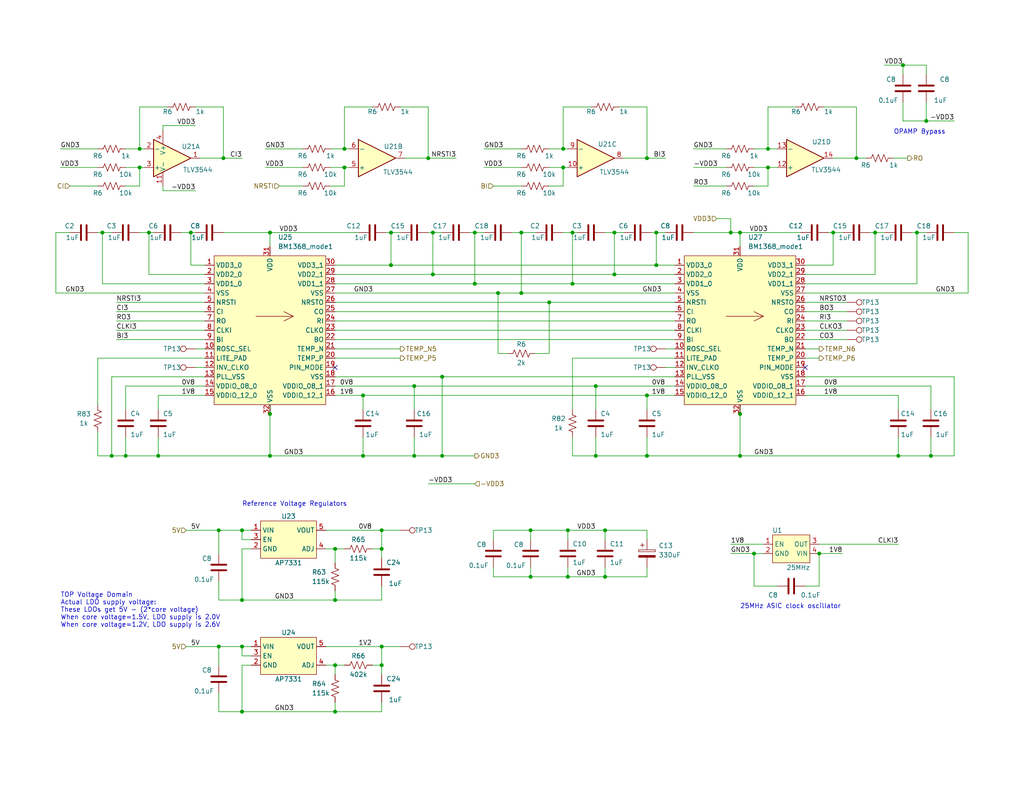
<source format=kicad_sch>
(kicad_sch (version 20250114) (generator "eeschema") (generator_version "9.0")
  (paper "A")
  (title_block (title "bitaxeHex") (date "2024-03-09") (rev "701"))
  (text "25MHz ASIC clock oscillator" (at 201.93 166.37 0) (effects (font (size 1.27 1.27)) (justify left bottom)))
  (text "Reference Voltage Regulators" (at 66.04 138.43 0) (effects (font (size 1.27 1.27)) (justify left bottom)))
  (text "OPAMP Bypass" (at 243.84 36.83 0) (effects (font (size 1.27 1.27)) (justify left bottom)))
  (text "TOP Voltage Domain\nActual LDO supply voltage:\nThese LDOs get 5V - (2*core voltage)\nWhen core voltage=1.5V, LDO supply is 2.0V\nWhen core voltage=1.2V, LDO supply is 2.6V " (at 16.51 171.45 0) (effects (font (size 1.27 1.27)) (justify left bottom)))
  (junction (at 176.53 124.46))
  (junction (at 113.03 105.41))
  (junction (at 153.67 40.64))
  (junction (at 30.48 124.46))
  (junction (at 66.04 176.53))
  (junction (at 246.38 17.78))
  (junction (at 43.18 124.46))
  (junction (at 252.73 33.02))
  (junction (at 129.54 77.47))
  (junction (at 93.98 40.64))
  (junction (at 165.1 144.78))
  (junction (at 129.54 63.5))
  (junction (at 223.52 151.13))
  (junction (at 38.1 40.64))
  (junction (at 118.11 63.5))
  (junction (at 91.44 163.83))
  (junction (at 38.1 45.72))
  (junction (at 250.19 63.5))
  (junction (at 154.94 144.78) (diameter 0.9144))
  (junction (at 116.84 43.18))
  (junction (at 165.1 157.48))
  (junction (at 66.04 144.78))
  (junction (at 201.93 113.03))
  (junction (at 142.24 80.01))
  (junction (at 104.14 144.78))
  (junction (at 179.07 63.5))
  (junction (at 104.14 181.61))
  (junction (at 233.68 43.18))
  (junction (at 142.24 63.5))
  (junction (at 73.66 63.5))
  (junction (at 73.66 113.03))
  (junction (at 120.65 124.46))
  (junction (at 144.78 157.48) (diameter 0.9144))
  (junction (at 91.44 149.86))
  (junction (at 59.69 176.53))
  (junction (at 66.04 163.83))
  (junction (at 238.76 63.5))
  (junction (at 99.06 124.46))
  (junction (at 156.21 77.47))
  (junction (at 104.14 176.53))
  (junction (at 254 124.46))
  (junction (at 91.44 194.31))
  (junction (at 59.69 144.78))
  (junction (at 162.56 105.41))
  (junction (at 167.64 63.5))
  (junction (at 91.44 181.61))
  (junction (at 118.11 74.93))
  (junction (at 52.07 63.5))
  (junction (at 149.86 82.55))
  (junction (at 106.68 72.39))
  (junction (at 209.55 45.72))
  (junction (at 104.14 149.86))
  (junction (at 66.04 194.31))
  (junction (at 27.94 63.5))
  (junction (at 144.78 144.78) (diameter 0.9144))
  (junction (at 60.96 43.18))
  (junction (at 205.74 151.13))
  (junction (at 73.66 124.46))
  (junction (at 176.53 107.95))
  (junction (at 201.93 124.46))
  (junction (at 113.03 124.46))
  (junction (at 162.56 124.46))
  (junction (at 167.64 74.93))
  (junction (at 120.65 102.87))
  (junction (at 245.11 124.46))
  (junction (at 156.21 63.5))
  (junction (at 34.29 124.46))
  (junction (at 179.07 72.39))
  (junction (at 154.94 157.48) (diameter 0.9144))
  (junction (at 135.89 80.01))
  (junction (at 227.33 63.5))
  (junction (at 40.64 63.5))
  (junction (at 209.55 40.64))
  (junction (at 201.93 63.5))
  (junction (at 199.39 63.5))
  (junction (at 153.67 45.72))
  (junction (at 99.06 107.95))
  (junction (at 176.53 43.18))
  (junction (at 93.98 45.72))
  (junction (at 106.68 63.5))
  (no_connect (at 219.71 100.33))
  (no_connect (at 91.44 100.33))
  (wire (pts (xy 154.94 154.94) (xy 154.94 157.48)))
  (wire (pts (xy 101.6 181.61) (xy 104.14 181.61)))
  (wire (pts (xy 55.88 102.87) (xy 30.48 102.87)))
  (wire (pts (xy 162.56 124.46) (xy 162.56 119.38)))
  (wire (pts (xy 189.23 40.64) (xy 198.12 40.64)))
  (wire (pts (xy 40.64 74.93) (xy 55.88 74.93)))
  (wire (pts (xy 176.53 43.18) (xy 170.18 43.18)))
  (wire (pts (xy 224.79 29.21) (xy 233.68 29.21)))
  (wire (pts (xy 91.44 97.79) (xy 109.22 97.79)))
  (wire (pts (xy 245.11 107.95) (xy 245.11 111.76)))
  (wire (pts (xy 44.45 34.29) (xy 53.34 34.29)))
  (wire (pts (xy 227.33 43.18) (xy 233.68 43.18)))
  (wire (pts (xy 243.84 43.18) (xy 247.65 43.18)))
  (wire (pts (xy 233.68 29.21) (xy 233.68 43.18)))
  (wire (pts (xy 260.35 102.87) (xy 260.35 124.46)))
  (wire (pts (xy 201.93 63.5) (xy 201.93 67.31)))
  (wire (pts (xy 93.98 45.72) (xy 95.25 45.72)))
  (wire (pts (xy 113.03 105.41) (xy 162.56 105.41)))
  (wire (pts (xy 246.38 33.02) (xy 252.73 33.02)))
  (wire (pts (xy 91.44 74.93) (xy 118.11 74.93)))
  (wire (pts (xy 132.08 45.72) (xy 142.24 45.72)))
  (wire (pts (xy 176.53 147.32) (xy 176.53 144.78)))
  (wire (pts (xy 176.53 119.38) (xy 176.53 124.46)))
  (wire (pts (xy 165.1 63.5) (xy 167.64 63.5)))
  (wire (pts (xy 250.19 63.5) (xy 252.73 63.5)))
  (wire (pts (xy 142.24 80.01) (xy 142.24 63.5)))
  (wire (pts (xy 31.75 85.09) (xy 55.88 85.09)))
  (wire (pts (xy 176.53 29.21) (xy 176.53 43.18)))
  (wire (pts (xy 227.33 72.39) (xy 227.33 63.5)))
  (wire (pts (xy 129.54 63.5) (xy 132.08 63.5)))
  (wire (pts (xy 91.44 181.61) (xy 91.44 184.15)))
  (wire (pts (xy 246.38 27.94) (xy 246.38 33.02)))
  (wire (pts (xy 254 124.46) (xy 254 119.38)))
  (wire (pts (xy 60.96 63.5) (xy 73.66 63.5)))
  (wire (pts (xy 91.44 194.31) (xy 91.44 191.77)))
  (wire (pts (xy 168.91 29.21) (xy 176.53 29.21)))
  (wire (pts (xy 53.34 95.25) (xy 55.88 95.25)))
  (wire (pts (xy 153.67 50.8) (xy 153.67 45.72)))
  (wire (pts (xy 44.45 50.8) (xy 44.45 52.07)))
  (wire (pts (xy 104.14 160.02) (xy 104.14 163.83)))
  (wire (pts (xy 209.55 40.64) (xy 212.09 40.64)))
  (wire (pts (xy 91.44 90.17) (xy 184.15 90.17)))
  (wire (pts (xy 165.1 157.48) (xy 154.94 157.48)))
  (wire (pts (xy 156.21 77.47) (xy 184.15 77.47)))
  (wire (pts (xy 252.73 33.02) (xy 260.35 33.02)))
  (wire (pts (xy 118.11 74.93) (xy 118.11 63.5)))
  (wire (pts (xy 118.11 74.93) (xy 167.64 74.93)))
  (wire (pts (xy 38.1 29.21) (xy 45.72 29.21)))
  (wire (pts (xy 30.48 102.87) (xy 30.48 124.46)))
  (wire (pts (xy 153.67 29.21) (xy 161.29 29.21)))
  (wire (pts (xy 91.44 181.61) (xy 93.98 181.61)))
  (wire (pts (xy 189.23 45.72) (xy 198.12 45.72)))
  (wire (pts (xy 156.21 97.79) (xy 156.21 111.76)))
  (wire (pts (xy 219.71 77.47) (xy 250.19 77.47)))
  (wire (pts (xy 135.89 80.01) (xy 142.24 80.01)))
  (wire (pts (xy 201.93 124.46) (xy 245.11 124.46)))
  (wire (pts (xy 91.44 77.47) (xy 129.54 77.47)))
  (wire (pts (xy 104.14 194.31) (xy 91.44 194.31)))
  (wire (pts (xy 252.73 20.32) (xy 252.73 17.78)))
  (wire (pts (xy 43.18 107.95) (xy 43.18 111.76)))
  (wire (pts (xy 167.64 63.5) (xy 170.18 63.5)))
  (wire (pts (xy 135.89 96.52) (xy 135.89 80.01)))
  (wire (pts (xy 38.1 63.5) (xy 40.64 63.5)))
  (wire (pts (xy 165.1 157.48) (xy 176.53 157.48)))
  (wire (pts (xy 116.84 43.18) (xy 124.46 43.18)))
  (wire (pts (xy 153.67 40.64) (xy 154.94 40.64)))
  (wire (pts (xy 219.71 85.09) (xy 231.14 85.09)))
  (wire (pts (xy 219.71 105.41) (xy 254 105.41)))
  (wire (pts (xy 30.48 124.46) (xy 34.29 124.46)))
  (wire (pts (xy 34.29 50.8) (xy 38.1 50.8)))
  (wire (pts (xy 52.07 63.5) (xy 52.07 72.39)))
  (wire (pts (xy 44.45 52.07) (xy 53.34 52.07)))
  (wire (pts (xy 72.39 45.72) (xy 82.55 45.72)))
  (wire (pts (xy 91.44 92.71) (xy 184.15 92.71)))
  (wire (pts (xy 106.68 72.39) (xy 179.07 72.39)))
  (wire (pts (xy 144.78 147.32) (xy 144.78 144.78)))
  (wire (pts (xy 134.62 154.94) (xy 134.62 157.48)))
  (wire (pts (xy 53.34 29.21) (xy 60.96 29.21)))
  (wire (pts (xy 104.14 191.77) (xy 104.14 194.31)))
  (wire (pts (xy 154.94 147.32) (xy 154.94 144.78)))
  (wire (pts (xy 219.71 160.02) (xy 223.52 160.02)))
  (wire (pts (xy 205.74 45.72) (xy 209.55 45.72)))
  (wire (pts (xy 104.14 163.83) (xy 91.44 163.83)))
  (wire (pts (xy 104.14 149.86) (xy 104.14 152.4)))
  (wire (pts (xy 90.17 45.72) (xy 93.98 45.72)))
  (wire (pts (xy 38.1 50.8) (xy 38.1 45.72)))
  (wire (pts (xy 40.64 74.93) (xy 40.64 63.5)))
  (wire (pts (xy 66.04 179.07) (xy 66.04 176.53)))
  (wire (pts (xy 156.21 77.47) (xy 156.21 63.5)))
  (wire (pts (xy 43.18 119.38) (xy 43.18 124.46)))
  (wire (pts (xy 52.07 63.5) (xy 53.34 63.5)))
  (wire (pts (xy 59.69 176.53) (xy 59.69 181.61)))
  (wire (pts (xy 113.03 124.46) (xy 120.65 124.46)))
  (wire (pts (xy 205.74 151.13) (xy 208.28 151.13)))
  (wire (pts (xy 142.24 63.5) (xy 139.7 63.5)))
  (wire (pts (xy 223.52 151.13) (xy 229.87 151.13)))
  (wire (pts (xy 49.53 63.5) (xy 52.07 63.5)))
  (wire (pts (xy 132.08 40.64) (xy 142.24 40.64)))
  (wire (pts (xy 116.84 29.21) (xy 116.84 43.18)))
  (wire (pts (xy 99.06 124.46) (xy 113.03 124.46)))
  (wire (pts (xy 134.62 147.32) (xy 134.62 144.78)))
  (wire (pts (xy 59.69 144.78) (xy 66.04 144.78)))
  (wire (pts (xy 104.14 181.61) (xy 104.14 176.53)))
  (wire (pts (xy 176.53 107.95) (xy 184.15 107.95)))
  (wire (pts (xy 218.44 63.5) (xy 201.93 63.5)))
  (wire (pts (xy 149.86 82.55) (xy 184.15 82.55)))
  (wire (pts (xy 246.38 17.78) (xy 246.38 20.32)))
  (wire (pts (xy 156.21 124.46) (xy 162.56 124.46)))
  (wire (pts (xy 219.71 102.87) (xy 260.35 102.87)))
  (wire (pts (xy 91.44 80.01) (xy 135.89 80.01)))
  (wire (pts (xy 237.49 63.5) (xy 238.76 63.5)))
  (wire (pts (xy 184.15 97.79) (xy 156.21 97.79)))
  (wire (pts (xy 68.58 179.07) (xy 66.04 179.07)))
  (wire (pts (xy 189.23 63.5) (xy 199.39 63.5)))
  (wire (pts (xy 233.68 43.18) (xy 236.22 43.18)))
  (wire (pts (xy 53.34 100.33) (xy 55.88 100.33)))
  (wire (pts (xy 134.62 144.78) (xy 144.78 144.78)))
  (wire (pts (xy 106.68 72.39) (xy 106.68 63.5)))
  (wire (pts (xy 219.71 80.01) (xy 264.16 80.01)))
  (wire (pts (xy 73.66 110.49) (xy 73.66 113.03)))
  (wire (pts (xy 104.14 176.53) (xy 109.22 176.53)))
  (wire (pts (xy 205.74 50.8) (xy 209.55 50.8)))
  (wire (pts (xy 34.29 119.38) (xy 34.29 124.46)))
  (wire (pts (xy 264.16 63.5) (xy 260.35 63.5)))
  (wire (pts (xy 59.69 189.23) (xy 59.69 194.31)))
  (wire (pts (xy 176.53 154.94) (xy 176.53 157.48)))
  (wire (pts (xy 129.54 77.47) (xy 129.54 63.5)))
  (wire (pts (xy 60.96 43.18) (xy 54.61 43.18)))
  (wire (pts (xy 176.53 43.18) (xy 181.61 43.18)))
  (wire (pts (xy 165.1 154.94) (xy 165.1 157.48)))
  (wire (pts (xy 91.44 105.41) (xy 113.03 105.41)))
  (wire (pts (xy 106.68 63.5) (xy 109.22 63.5)))
  (wire (pts (xy 241.3 17.78) (xy 246.38 17.78)))
  (wire (pts (xy 128.27 63.5) (xy 129.54 63.5)))
  (wire (pts (xy 116.84 132.08) (xy 129.54 132.08)))
  (wire (pts (xy 91.44 87.63) (xy 184.15 87.63)))
  (wire (pts (xy 104.14 144.78) (xy 109.22 144.78)))
  (wire (pts (xy 91.44 149.86) (xy 93.98 149.86)))
  (wire (pts (xy 205.74 160.02) (xy 205.74 151.13)))
  (wire (pts (xy 26.67 97.79) (xy 55.88 97.79)))
  (wire (pts (xy 91.44 107.95) (xy 99.06 107.95)))
  (wire (pts (xy 66.04 194.31) (xy 91.44 194.31)))
  (wire (pts (xy 109.22 29.21) (xy 116.84 29.21)))
  (wire (pts (xy 201.93 110.49) (xy 201.93 113.03)))
  (wire (pts (xy 40.64 63.5) (xy 41.91 63.5)))
  (wire (pts (xy 219.71 92.71) (xy 231.14 92.71)))
  (wire (pts (xy 16.51 45.72) (xy 26.67 45.72)))
  (wire (pts (xy 153.67 63.5) (xy 156.21 63.5)))
  (wire (pts (xy 90.17 40.64) (xy 93.98 40.64)))
  (wire (pts (xy 93.98 29.21) (xy 93.98 40.64)))
  (wire (pts (xy 120.65 102.87) (xy 120.65 124.46)))
  (wire (pts (xy 120.65 102.87) (xy 184.15 102.87)))
  (wire (pts (xy 88.9 149.86) (xy 91.44 149.86)))
  (wire (pts (xy 176.53 124.46) (xy 201.93 124.46)))
  (wire (pts (xy 73.66 113.03) (xy 73.66 124.46)))
  (wire (pts (xy 26.67 110.49) (xy 26.67 97.79)))
  (wire (pts (xy 219.71 74.93) (xy 238.76 74.93)))
  (wire (pts (xy 101.6 149.86) (xy 104.14 149.86)))
  (wire (pts (xy 181.61 95.25) (xy 184.15 95.25)))
  (wire (pts (xy 250.19 77.47) (xy 250.19 63.5)))
  (wire (pts (xy 201.93 113.03) (xy 201.93 124.46)))
  (wire (pts (xy 219.71 87.63) (xy 231.14 87.63)))
  (wire (pts (xy 149.86 82.55) (xy 149.86 96.52)))
  (wire (pts (xy 149.86 50.8) (xy 153.67 50.8)))
  (wire (pts (xy 248.92 63.5) (xy 250.19 63.5)))
  (wire (pts (xy 73.66 124.46) (xy 99.06 124.46)))
  (wire (pts (xy 66.04 144.78) (xy 68.58 144.78)))
  (wire (pts (xy 153.67 29.21) (xy 153.67 40.64)))
  (wire (pts (xy 153.67 45.72) (xy 154.94 45.72)))
  (wire (pts (xy 156.21 119.38) (xy 156.21 124.46)))
  (wire (pts (xy 209.55 45.72) (xy 212.09 45.72)))
  (wire (pts (xy 219.71 72.39) (xy 227.33 72.39)))
  (wire (pts (xy 93.98 50.8) (xy 93.98 45.72)))
  (wire (pts (xy 34.29 105.41) (xy 55.88 105.41)))
  (wire (pts (xy 31.75 92.71) (xy 55.88 92.71)))
  (wire (pts (xy 238.76 74.93) (xy 238.76 63.5)))
  (wire (pts (xy 149.86 45.72) (xy 153.67 45.72)))
  (wire (pts (xy 195.58 59.69) (xy 199.39 59.69)))
  (wire (pts (xy 162.56 124.46) (xy 176.53 124.46)))
  (wire (pts (xy 146.05 96.52) (xy 149.86 96.52)))
  (wire (pts (xy 162.56 105.41) (xy 184.15 105.41)))
  (wire (pts (xy 209.55 29.21) (xy 217.17 29.21)))
  (wire (pts (xy 113.03 124.46) (xy 113.03 119.38)))
  (wire (pts (xy 142.24 80.01) (xy 184.15 80.01)))
  (wire (pts (xy 227.33 63.5) (xy 229.87 63.5)))
  (wire (pts (xy 91.44 72.39) (xy 106.68 72.39)))
  (wire (pts (xy 50.8 176.53) (xy 59.69 176.53)))
  (wire (pts (xy 219.71 82.55) (xy 231.14 82.55)))
  (wire (pts (xy 91.44 163.83) (xy 91.44 161.29)))
  (wire (pts (xy 254 105.41) (xy 254 111.76)))
  (wire (pts (xy 199.39 151.13) (xy 205.74 151.13)))
  (wire (pts (xy 104.14 181.61) (xy 104.14 184.15)))
  (wire (pts (xy 105.41 63.5) (xy 106.68 63.5)))
  (wire (pts (xy 88.9 181.61) (xy 91.44 181.61)))
  (wire (pts (xy 97.79 63.5) (xy 73.66 63.5)))
  (wire (pts (xy 189.23 50.8) (xy 198.12 50.8)))
  (wire (pts (xy 15.24 80.01) (xy 15.24 63.5)))
  (wire (pts (xy 116.84 63.5) (xy 118.11 63.5)))
  (wire (pts (xy 88.9 176.53) (xy 104.14 176.53)))
  (wire (pts (xy 27.94 77.47) (xy 27.94 63.5)))
  (wire (pts (xy 26.67 118.11) (xy 26.67 124.46)))
  (wire (pts (xy 44.45 35.56) (xy 44.45 34.29)))
  (wire (pts (xy 260.35 124.46) (xy 254 124.46)))
  (wire (pts (xy 68.58 181.61) (xy 66.04 181.61)))
  (wire (pts (xy 165.1 147.32) (xy 165.1 144.78)))
  (wire (pts (xy 144.78 144.78) (xy 154.94 144.78)))
  (wire (pts (xy 252.73 27.94) (xy 252.73 33.02)))
  (wire (pts (xy 120.65 124.46) (xy 129.54 124.46)))
  (wire (pts (xy 246.38 17.78) (xy 252.73 17.78)))
  (wire (pts (xy 156.21 63.5) (xy 157.48 63.5)))
  (wire (pts (xy 26.67 63.5) (xy 27.94 63.5)))
  (wire (pts (xy 226.06 63.5) (xy 227.33 63.5)))
  (wire (pts (xy 245.11 119.38) (xy 245.11 124.46)))
  (wire (pts (xy 31.75 82.55) (xy 55.88 82.55)))
  (wire (pts (xy 34.29 45.72) (xy 38.1 45.72)))
  (wire (pts (xy 27.94 77.47) (xy 55.88 77.47)))
  (wire (pts (xy 134.62 50.8) (xy 142.24 50.8)))
  (wire (pts (xy 264.16 80.01) (xy 264.16 63.5)))
  (wire (pts (xy 219.71 107.95) (xy 245.11 107.95)))
  (wire (pts (xy 55.88 80.01) (xy 15.24 80.01)))
  (wire (pts (xy 144.78 157.48) (xy 134.62 157.48)))
  (wire (pts (xy 68.58 147.32) (xy 66.04 147.32)))
  (wire (pts (xy 66.04 181.61) (xy 66.04 194.31)))
  (wire (pts (xy 43.18 124.46) (xy 73.66 124.46)))
  (wire (pts (xy 60.96 43.18) (xy 66.04 43.18)))
  (wire (pts (xy 179.07 72.39) (xy 184.15 72.39)))
  (wire (pts (xy 90.17 50.8) (xy 93.98 50.8)))
  (wire (pts (xy 99.06 107.95) (xy 99.06 111.76)))
  (wire (pts (xy 66.04 149.86) (xy 66.04 163.83)))
  (wire (pts (xy 66.04 147.32) (xy 66.04 144.78)))
  (wire (pts (xy 99.06 107.95) (xy 176.53 107.95)))
  (wire (pts (xy 209.55 29.21) (xy 209.55 40.64)))
  (wire (pts (xy 181.61 100.33) (xy 184.15 100.33)))
  (wire (pts (xy 34.29 124.46) (xy 43.18 124.46)))
  (wire (pts (xy 199.39 63.5) (xy 201.93 63.5)))
  (wire (pts (xy 219.71 95.25) (xy 223.52 95.25)))
  (wire (pts (xy 59.69 158.75) (xy 59.69 163.83)))
  (wire (pts (xy 38.1 45.72) (xy 39.37 45.72)))
  (wire (pts (xy 68.58 149.86) (xy 66.04 149.86)))
  (wire (pts (xy 73.66 63.5) (xy 73.66 67.31)))
  (wire (pts (xy 66.04 176.53) (xy 68.58 176.53)))
  (wire (pts (xy 27.94 63.5) (xy 30.48 63.5)))
  (wire (pts (xy 167.64 74.93) (xy 167.64 63.5)))
  (wire (pts (xy 31.75 87.63) (xy 55.88 87.63)))
  (wire (pts (xy 31.75 90.17) (xy 55.88 90.17)))
  (wire (pts (xy 50.8 144.78) (xy 59.69 144.78)))
  (wire (pts (xy 91.44 95.25) (xy 109.22 95.25)))
  (wire (pts (xy 93.98 40.64) (xy 95.25 40.64)))
  (wire (pts (xy 223.52 148.59) (xy 245.11 148.59)))
  (wire (pts (xy 91.44 82.55) (xy 149.86 82.55)))
  (wire (pts (xy 199.39 148.59) (xy 208.28 148.59)))
  (wire (pts (xy 60.96 29.21) (xy 60.96 43.18)))
  (wire (pts (xy 16.51 40.64) (xy 26.67 40.64)))
  (wire (pts (xy 116.84 43.18) (xy 110.49 43.18)))
  (wire (pts (xy 38.1 40.64) (xy 39.37 40.64)))
  (wire (pts (xy 34.29 105.41) (xy 34.29 111.76)))
  (wire (pts (xy 245.11 124.46) (xy 254 124.46)))
  (wire (pts (xy 179.07 63.5) (xy 181.61 63.5)))
  (wire (pts (xy 99.06 119.38) (xy 99.06 124.46)))
  (wire (pts (xy 76.2 50.8) (xy 82.55 50.8)))
  (wire (pts (xy 167.64 74.93) (xy 184.15 74.93)))
  (wire (pts (xy 26.67 124.46) (xy 30.48 124.46)))
  (wire (pts (xy 19.05 50.8) (xy 26.67 50.8)))
  (wire (pts (xy 93.98 29.21) (xy 101.6 29.21)))
  (wire (pts (xy 34.29 40.64) (xy 38.1 40.64)))
  (wire (pts (xy 199.39 59.69) (xy 199.39 63.5)))
  (wire (pts (xy 72.39 40.64) (xy 82.55 40.64)))
  (wire (pts (xy 66.04 163.83) (xy 91.44 163.83)))
  (wire (pts (xy 154.94 144.78) (xy 165.1 144.78)))
  (wire (pts (xy 162.56 105.41) (xy 162.56 111.76)))
  (wire (pts (xy 88.9 144.78) (xy 104.14 144.78)))
  (wire (pts (xy 212.09 160.02) (xy 205.74 160.02)))
  (wire (pts (xy 149.86 40.64) (xy 153.67 40.64)))
  (wire (pts (xy 59.69 144.78) (xy 59.69 151.13)))
  (wire (pts (xy 179.07 63.5) (xy 179.07 72.39)))
  (wire (pts (xy 165.1 144.78) (xy 176.53 144.78)))
  (wire (pts (xy 144.78 157.48) (xy 154.94 157.48)))
  (wire (pts (xy 104.14 149.86) (xy 104.14 144.78)))
  (wire (pts (xy 219.71 90.17) (xy 231.14 90.17)))
  (wire (pts (xy 43.18 107.95) (xy 55.88 107.95)))
  (wire (pts (xy 59.69 176.53) (xy 66.04 176.53)))
  (wire (pts (xy 59.69 194.31) (xy 66.04 194.31)))
  (wire (pts (xy 91.44 149.86) (xy 91.44 153.67)))
  (wire (pts (xy 91.44 102.87) (xy 120.65 102.87)))
  (wire (pts (xy 38.1 29.21) (xy 38.1 40.64)))
  (wire (pts (xy 177.8 63.5) (xy 179.07 63.5)))
  (wire (pts (xy 91.44 85.09) (xy 184.15 85.09)))
  (wire (pts (xy 219.71 97.79) (xy 223.52 97.79)))
  (wire (pts (xy 238.76 63.5) (xy 241.3 63.5)))
  (wire (pts (xy 142.24 63.5) (xy 146.05 63.5)))
  (wire (pts (xy 144.78 154.94) (xy 144.78 157.48)))
  (wire (pts (xy 223.52 160.02) (xy 223.52 151.13)))
  (wire (pts (xy 209.55 50.8) (xy 209.55 45.72)))
  (wire (pts (xy 118.11 63.5) (xy 120.65 63.5)))
  (wire (pts (xy 129.54 77.47) (xy 156.21 77.47)))
  (wire (pts (xy 138.43 96.52) (xy 135.89 96.52)))
  (wire (pts (xy 52.07 72.39) (xy 55.88 72.39)))
  (wire (pts (xy 205.74 40.64) (xy 209.55 40.64)))
  (wire (pts (xy 176.53 107.95) (xy 176.53 111.76)))
  (wire (pts (xy 59.69 163.83) (xy 66.04 163.83)))
  (wire (pts (xy 15.24 63.5) (xy 19.05 63.5)))
  (wire (pts (xy 113.03 105.41) (xy 113.03 111.76)))
  (label "1V8" (at 229.87 151.13 180))
  (label "NRSTI3" (at 124.46 43.18 180))
  (label "0V8" (at 224.79 105.41 0))
  (label "1V8" (at 49.53 107.95 0))
  (label "CLKI3" (at 245.11 148.59 180))
  (label "-VDD3" (at 260.35 33.02 180))
  (label "RO3" (at 189.23 50.8 0))
  (label "-VDD3" (at 53.34 52.07 180))
  (label "GND3" (at 162.56 157.48 180))
  (label "0V8" (at 177.8 105.41 0))
  (label "5V" (at 52.07 176.53 0))
  (label "NRSTI3" (at 31.75 82.55 0))
  (label "CLKO3" (at 223.52 90.17 0))
  (label "GND3" (at 175.26 80.01 0))
  (label "CI3" (at 31.75 85.09 0))
  (label "1V8" (at 224.79 107.95 0))
  (label "5V" (at 52.07 144.78 0))
  (label "GND3" (at 132.08 40.64 0))
  (label "VDD3" (at 53.34 34.29 180))
  (label "CO3" (at 223.52 92.71 0))
  (label "1V8" (at 92.71 107.95 0))
  (label "GND3" (at 77.47 124.46 0))
  (label "RO3" (at 31.75 87.63 0))
  (label "GND3" (at 96.52 80.01 0))
  (label "0V8" (at 49.53 105.41 0))
  (label "GND3" (at 72.39 40.64 0))
  (label "GND3" (at 74.93 194.31 0))
  (label "VDD3" (at 16.51 45.72 0))
  (label "CLKI3" (at 31.75 90.17 0))
  (label "RI3" (at 223.52 87.63 0))
  (label "VDD3" (at 132.08 45.72 0))
  (label "GND3" (at 16.51 40.64 0))
  (label "-VDD3" (at 116.84 132.08 0))
  (label "VDD3" (at 72.39 45.72 0))
  (label "BI3" (at 181.61 43.18 180))
  (label "BI3" (at 31.75 92.71 0))
  (label "1V8" (at 177.8 107.95 0))
  (label "GND3" (at 189.23 40.64 0))
  (label "1V8" (at 199.39 148.59 0))
  (label "0V8" (at 92.71 105.41 0))
  (label "-VDD3" (at 189.23 45.72 0))
  (label "VDD3" (at 204.47 63.5 0))
  (label "VDD3" (at 157.48 144.78 0))
  (label "1V2" (at 97.79 176.53 0))
  (label "GND3" (at 255.27 80.01 0))
  (label "GND3" (at 205.74 124.46 0))
  (label "BO3" (at 223.52 85.09 0))
  (label "CI3" (at 66.04 43.18 180))
  (label "GND3" (at 199.39 151.13 0))
  (label "GND3" (at 17.78 80.01 0))
  (label "0V8" (at 97.79 144.78 0))
  (label "GND3" (at 74.93 163.83 0))
  (label "NRSTO3" (at 223.52 82.55 0))
  (label "VDD3" (at 241.3 17.78 0))
  (label "VDD3" (at 76.2 63.5 0))
  (hierarchical_label "BI" (shape input) (at 134.62 50.8 180))
  (hierarchical_label "GND3" (shape output) (at 129.54 124.46 0))
  (hierarchical_label "TEMP_P6" (shape output) (at 223.52 97.79 0))
  (hierarchical_label "TEMP_N6" (shape output) (at 223.52 95.25 0))
  (hierarchical_label "TEMP_N5" (shape output) (at 109.22 95.25 0))
  (hierarchical_label "VDD3" (shape input) (at 195.58 59.69 180))
  (hierarchical_label "TEMP_P5" (shape output) (at 109.22 97.79 0))
  (hierarchical_label "CI" (shape input) (at 19.05 50.8 180))
  (hierarchical_label "5V" (shape input) (at 50.8 144.78 180))
  (hierarchical_label "RO" (shape output) (at 247.65 43.18 0))
  (hierarchical_label "5V" (shape input) (at 50.8 176.53 180))
  (hierarchical_label "NRSTI" (shape input) (at 76.2 50.8 180))
  (hierarchical_label "-VDD3" (shape input) (at 129.54 132.08 0))
  (symbol (lib_id "Connector:TestPoint") (at 231.14 92.71 270) (mirror x) (unit 1) (in_bom no)
    (property "Reference" "TP13" (at 237.49 92.71 90))
    (property "Value" "TestPoint" (effects (hide yes)))
    (property "Footprint" "TestPoint:TestPoint_Pad_D1.5mm" (effects (hide yes)))
  )
  (symbol (lib_id "Device:C") (at 256.54 63.5 90) (unit 1)
    (property "Reference" "C18" (at 254 60.96 90) (effects (justify left bottom)))
    (property "Value" "1uF" (at 255.27 64.135 90) (effects (justify left bottom)))
    (property "Footprint" "Capacitor_SMD:C_0402_1005Metric" (effects (hide yes)))
    (property "DK" "587-5514-1-ND" (effects (hide yes)))
    (property "PARTNO" "EMK105BJ105MV-F" (effects (hide yes)))
  )
  (symbol (lib_id "Device:C") (at 222.25 63.5 90) (unit 1)
    (property "Reference" "C12" (at 219.075 60.96 90) (effects (justify left bottom)))
    (property "Value" "1uF" (at 220.98 64.135 90) (effects (justify left bottom)))
    (property "Footprint" "Capacitor_SMD:C_0402_1005Metric" (effects (hide yes)))
    (property "DK" "587-5514-1-ND" (effects (hide yes)))
    (property "PARTNO" "EMK105BJ105MV-F" (effects (hide yes)))
  )
  (symbol (lib_id "Device:C") (at 57.15 63.5 90) (unit 1)
    (property "Reference" "C8" (at 54.61 60.96 90) (effects (justify left bottom)))
    (property "Value" "1uF" (at 55.88 64.135 90) (effects (justify left bottom)))
    (property "Footprint" "Capacitor_SMD:C_0402_1005Metric" (effects (hide yes)))
    (property "DK" "587-5514-1-ND" (effects (hide yes)))
    (property "PARTNO" "EMK105BJ105MV-F" (effects (hide yes)))
  )
  (symbol (lib_id "Device:R_US") (at 201.93 40.64 270) (unit 1)
    (property "Reference" "R6" (at 198.12 42.545 90))
    (property "Value" "1k" (at 205.74 42.545 90))
    (property "Footprint" "Resistor_SMD:R_0402_1005Metric" (effects (hide yes)))
    (property "DK" "311-1.00KLRCT-ND" (effects (hide yes)))
    (property "PARTNO" "RC0402FR-071KL" (effects (hide yes)))
  )
  (symbol (lib_id "Device:R_US") (at 86.36 45.72 90) (unit 1)
    (property "Reference" "R6" (at 82.55 47.625 90))
    (property "Value" "10k" (at 90.17 47.625 90))
    (property "Footprint" "Resistor_SMD:R_0402_1005Metric" (effects (hide yes)))
    (property "DK" "311-10KJRCT-ND" (effects (hide yes)))
    (property "PARTNO" "RC0402JR-0710KL" (effects (hide yes)))
  )
  (symbol (lib_id "Device:C") (at 104.14 187.96 0) (unit 1)
    (property "Reference" "C24" (at 105.41 186.055 0) (effects (justify left bottom)))
    (property "Value" "1uF" (at 106.045 191.77 0) (effects (justify left bottom)))
    (property "Footprint" "Capacitor_SMD:C_0402_1005Metric" (effects (hide yes)))
    (property "DK" "587-5514-1-ND" (effects (hide yes)))
    (property "PARTNO" "EMK105BJ105MV-F" (effects (hide yes)))
  )
  (symbol (lib_id "Device:C") (at 161.29 63.5 90) (unit 1)
    (property "Reference" "C3" (at 158.75 60.96 90) (effects (justify left bottom)))
    (property "Value" "1uF" (at 160.02 64.135 90) (effects (justify left bottom)))
    (property "Footprint" "Capacitor_SMD:C_0402_1005Metric" (effects (hide yes)))
    (property "DK" "587-5514-1-ND" (effects (hide yes)))
    (property "PARTNO" "EMK105BJ105MV-F" (effects (hide yes)))
  )
  (symbol (lib_id "Connector:TestPoint") (at 231.14 85.09 270) (mirror x) (unit 1) (in_bom no)
    (property "Reference" "TP13" (at 237.49 85.09 90))
    (property "Value" "TestPoint" (effects (hide yes)))
    (property "Footprint" "TestPoint:TestPoint_Pad_D1.5mm" (effects (hide yes)))
  )
  (symbol (lib_id "Device:C") (at 113.03 115.57 0) (unit 1)
    (property "Reference" "C16" (at 113.665 113.665 0) (effects (justify left bottom)))
    (property "Value" "1uF" (at 114.3 119.38 0) (effects (justify left bottom)))
    (property "Footprint" "Capacitor_SMD:C_0402_1005Metric" (effects (hide yes)))
    (property "DK" "587-5514-1-ND" (effects (hide yes)))
    (property "PARTNO" "EMK105BJ105MV-F" (effects (hide yes)))
  )
  (symbol (lib_id "Connector:TestPoint") (at 231.14 82.55 270) (mirror x) (unit 1) (in_bom no)
    (property "Reference" "TP13" (at 237.49 82.55 90))
    (property "Value" "TestPoint" (effects (hide yes)))
    (property "Footprint" "TestPoint:TestPoint_Pad_D1.5mm" (effects (hide yes)))
  )
  (symbol (lib_id "Device:C_Polarized") (at 176.53 151.13 0) (unit 1)
    (property "Reference" "C13" (at 179.705 148.9709 0) (effects (justify left)))
    (property "Value" "330uF" (at 179.705 151.5109 0) (effects (justify left)))
    (property "Footprint" "Capacitor_Tantalum_SMD:CP_EIA-7343-31_Kemet-D_Pad2.25x2.55mm_HandSolder" (effects (hide yes)))
    (property "DK" "718-1028-1-ND" (effects (hide yes)))
    (property "PARTNO" "293D337X9010E2TE3" (effects (hide yes)))
  )
  (symbol (lib_id "Device:R_US") (at 165.1 29.21 270) (unit 1)
    (property "Reference" "R6" (at 161.29 30.48 90))
    (property "Value" "1k" (at 170.18 30.48 90))
    (property "Footprint" "Resistor_SMD:R_0402_1005Metric" (effects (hide yes)))
    (property "DK" "311-1.00KLRCT-ND" (effects (hide yes)))
    (property "PARTNO" "RC0402FR-071KL" (effects (hide yes)))
  )
  (symbol (lib_id "Device:R_US") (at 91.44 157.48 180) (unit 1)
    (property "Reference" "R63" (at 85.09 156.21 0) (effects (justify right)))
    (property "Value" "115k" (at 85.09 158.75 0) (effects (justify right)))
    (property "Footprint" "Resistor_SMD:R_0402_1005Metric" (effects (hide yes)))
    (property "DK" "YAG2956CT-ND" (effects (hide yes)))
    (property "PARTNO" "RC0402FR-07115KL" (effects (hide yes)))
  )
  (symbol (lib_id "Device:C") (at 254 115.57 0) (unit 1)
    (property "Reference" "C16" (at 254.635 113.665 0) (effects (justify left bottom)))
    (property "Value" "1uF" (at 255.27 119.38 0) (effects (justify left bottom)))
    (property "Footprint" "Capacitor_SMD:C_0402_1005Metric" (effects (hide yes)))
    (property "DK" "587-5514-1-ND" (effects (hide yes)))
    (property "PARTNO" "EMK105BJ105MV-F" (effects (hide yes)))
  )
  (symbol (lib_id "Device:C") (at 176.53 115.57 0) (unit 1)
    (property "Reference" "C5" (at 177.8 113.665 0) (effects (justify left bottom)))
    (property "Value" "1uF" (at 177.8 119.38 0) (effects (justify left bottom)))
    (property "Footprint" "Capacitor_SMD:C_0402_1005Metric" (effects (hide yes)))
    (property "DK" "587-5514-1-ND" (effects (hide yes)))
    (property "PARTNO" "EMK105BJ105MV-F" (effects (hide yes)))
  )
  (symbol (lib_id "Device:C") (at 173.99 63.5 90) (unit 1)
    (property "Reference" "C6" (at 171.45 60.96 90) (effects (justify left bottom)))
    (property "Value" "1uF" (at 172.72 64.135 90) (effects (justify left bottom)))
    (property "Footprint" "Capacitor_SMD:C_0402_1005Metric" (effects (hide yes)))
    (property "DK" "587-5514-1-ND" (effects (hide yes)))
    (property "PARTNO" "EMK105BJ105MV-F" (effects (hide yes)))
  )
  (symbol (lib_id "Device:R_US") (at 220.98 29.21 270) (unit 1)
    (property "Reference" "R6" (at 217.17 30.48 90))
    (property "Value" "1k" (at 226.06 30.48 90))
    (property "Footprint" "Resistor_SMD:R_0402_1005Metric" (effects (hide yes)))
    (property "DK" "311-1.00KLRCT-ND" (effects (hide yes)))
    (property "PARTNO" "RC0402FR-071KL" (effects (hide yes)))
  )
  (symbol (lib_id "Connector:TestPoint") (at 231.14 87.63 270) (mirror x) (unit 1) (in_bom no)
    (property "Reference" "TP13" (at 237.49 87.63 90))
    (property "Value" "TestPoint" (effects (hide yes)))
    (property "Footprint" "TestPoint:TestPoint_Pad_D1.5mm" (effects (hide yes)))
  )
  (symbol (lib_name "TLV3544_2") (lib_id "bitaxe:TLV3544") (at 100.33 43.18 0) (unit 2)
    (property "Reference" "U21" (at 107.315 40.005 0))
    (property "Value" "TLV3544" (at 108.585 46.99 0))
    (property "Footprint" "Package_SO:TSSOP-14_4.4x5mm_P0.65mm" (effects (hide yes)))
    (property "Datasheet" "https://www.ti.com/lit/ds/symlink/tlv3542.pdf" (effects (hide yes)))
    (property "DK" "296-45352-1-ND" (effects (hide yes)))
    (property "PARTNO" "TLV3544IPWR" (effects (hide yes)))
  )
  (symbol (lib_id "Device:C") (at 135.89 63.5 90) (unit 1)
    (property "Reference" "C18" (at 133.35 60.96 90) (effects (justify left bottom)))
    (property "Value" "1uF" (at 134.62 64.135 90) (effects (justify left bottom)))
    (property "Footprint" "Capacitor_SMD:C_0402_1005Metric" (effects (hide yes)))
    (property "DK" "587-5514-1-ND" (effects (hide yes)))
    (property "PARTNO" "EMK105BJ105MV-F" (effects (hide yes)))
  )
  (symbol (lib_id "Device:R_US") (at 146.05 50.8 90) (unit 1)
    (property "Reference" "R6" (at 142.24 52.705 90))
    (property "Value" "10k" (at 149.86 52.705 90))
    (property "Footprint" "Resistor_SMD:R_0402_1005Metric" (effects (hide yes)))
    (property "DK" "311-10KJRCT-ND" (effects (hide yes)))
    (property "PARTNO" "RC0402JR-0710KL" (effects (hide yes)))
  )
  (symbol (lib_id "Device:R_US") (at 142.24 96.52 90) (unit 1)
    (property "Reference" "R6" (at 142.24 93.98 90))
    (property "Value" "2k" (at 142.24 99.06 90))
    (property "Footprint" "Resistor_SMD:R_0402_1005Metric" (effects (hide yes)))
    (property "DK" "YAG2303CT-ND" (effects (hide yes)))
    (property "PARTNO" "RT0402BRD072KL" (effects (hide yes)))
  )
  (symbol (lib_id "Device:C") (at 113.03 63.5 90) (unit 1)
    (property "Reference" "C15" (at 110.49 60.96 90) (effects (justify left bottom)))
    (property "Value" "1uF" (at 111.76 64.135 90) (effects (justify left bottom)))
    (property "Footprint" "Capacitor_SMD:C_0402_1005Metric" (effects (hide yes)))
    (property "DK" "587-5514-1-ND" (effects (hide yes)))
    (property "PARTNO" "EMK105BJ105MV-F" (effects (hide yes)))
  )
  (symbol (lib_id "Device:C") (at 144.78 151.13 180) (unit 1)
    (property "Reference" "C8" (at 142.875 147.955 0) (effects (justify left bottom)))
    (property "Value" "0.1uF" (at 143.51 153.67 0) (effects (justify left bottom)))
    (property "Footprint" "Capacitor_SMD:C_0402_1005Metric" (effects (hide yes)))
    (property "DK" "478-KGM05AR71C104KHCT-ND" (effects (hide yes)))
    (property "PARTNO" "KGM05AR71C104KH" (effects (hide yes)))
  )
  (symbol (lib_id "Device:C") (at 252.73 24.13 180) (unit 1)
    (property "Reference" "C8" (at 259.08 20.955 0) (effects (justify left bottom)))
    (property "Value" "1uF" (at 258.445 26.67 0) (effects (justify left bottom)))
    (property "Footprint" "Capacitor_SMD:C_0402_1005Metric" (effects (hide yes)))
    (property "DK" "587-5514-1-ND" (effects (hide yes)))
    (property "PARTNO" "EMK105BJ105MV-F" (effects (hide yes)))
  )
  (symbol (lib_id "Device:C") (at 245.11 63.5 90) (unit 1)
    (property "Reference" "C17" (at 242.57 60.96 90) (effects (justify left bottom)))
    (property "Value" "1uF" (at 243.84 64.135 90) (effects (justify left bottom)))
    (property "Footprint" "Capacitor_SMD:C_0402_1005Metric" (effects (hide yes)))
    (property "DK" "587-5514-1-ND" (effects (hide yes)))
    (property "PARTNO" "EMK105BJ105MV-F" (effects (hide yes)))
  )
  (symbol (lib_id "Device:C") (at 45.72 63.5 90) (unit 1)
    (property "Reference" "C6" (at 43.18 60.96 90) (effects (justify left bottom)))
    (property "Value" "1uF" (at 44.45 64.135 90) (effects (justify left bottom)))
    (property "Footprint" "Capacitor_SMD:C_0402_1005Metric" (effects (hide yes)))
    (property "DK" "587-5514-1-ND" (effects (hide yes)))
    (property "PARTNO" "EMK105BJ105MV-F" (effects (hide yes)))
  )
  (symbol (lib_id "Device:R_US") (at 146.05 40.64 270) (unit 1)
    (property "Reference" "R6" (at 142.24 42.545 90))
    (property "Value" "1k" (at 149.86 42.545 90))
    (property "Footprint" "Resistor_SMD:R_0402_1005Metric" (effects (hide yes)))
    (property "DK" "311-1.00KLRCT-ND" (effects (hide yes)))
    (property "PARTNO" "RC0402FR-071KL" (effects (hide yes)))
  )
  (symbol (lib_id "Device:R_US") (at 30.48 40.64 270) (unit 1)
    (property "Reference" "R6" (at 26.67 42.545 90))
    (property "Value" "1k" (at 34.29 42.545 90))
    (property "Footprint" "Resistor_SMD:R_0402_1005Metric" (effects (hide yes)))
    (property "DK" "311-1.00KLRCT-ND" (effects (hide yes)))
    (property "PARTNO" "RC0402FR-071KL" (effects (hide yes)))
  )
  (symbol (lib_id "Device:C") (at 149.86 63.5 90) (unit 1)
    (property "Reference" "C2" (at 147.32 60.96 90) (effects (justify left bottom)))
    (property "Value" "1uF" (at 148.59 64.135 90) (effects (justify left bottom)))
    (property "Footprint" "Capacitor_SMD:C_0402_1005Metric" (effects (hide yes)))
    (property "DK" "587-5514-1-ND" (effects (hide yes)))
    (property "PARTNO" "EMK105BJ105MV-F" (effects (hide yes)))
  )
  (symbol (lib_id "Device:C") (at 104.14 156.21 0) (unit 1)
    (property "Reference" "C24" (at 105.41 154.305 0) (effects (justify left bottom)))
    (property "Value" "1uF" (at 106.045 160.02 0) (effects (justify left bottom)))
    (property "Footprint" "Capacitor_SMD:C_0402_1005Metric" (effects (hide yes)))
    (property "DK" "587-5514-1-ND" (effects (hide yes)))
    (property "PARTNO" "EMK105BJ105MV-F" (effects (hide yes)))
  )
  (symbol (lib_name "TLV3544_3") (lib_id "bitaxe:TLV3544") (at 160.02 43.18 0) (unit 3)
    (property "Reference" "U21" (at 165.735 39.37 0))
    (property "Value" "TLV3544" (at 167.64 46.99 0))
    (property "Footprint" "Package_SO:TSSOP-14_4.4x5mm_P0.65mm" (effects (hide yes)))
    (property "Datasheet" "https://www.ti.com/lit/ds/symlink/tlv3542.pdf" (effects (hide yes)))
    (property "DK" "296-45352-1-ND" (effects (hide yes)))
    (property "PARTNO" "TLV3544IPWR" (effects (hide yes)))
  )
  (symbol (lib_id "Device:C") (at 134.62 151.13 180) (unit 1)
    (property "Reference" "C8" (at 132.715 147.955 0) (effects (justify left bottom)))
    (property "Value" "0.1uF" (at 133.35 153.67 0) (effects (justify left bottom)))
    (property "Footprint" "Capacitor_SMD:C_0402_1005Metric" (effects (hide yes)))
    (property "DK" "478-KGM05AR71C104KHCT-ND" (effects (hide yes)))
    (property "PARTNO" "KGM05AR71C104KH" (effects (hide yes)))
  )
  (symbol (lib_id "Device:C") (at 246.38 24.13 180) (unit 1)
    (property "Reference" "C8" (at 244.475 20.955 0) (effects (justify left bottom)))
    (property "Value" "0.1uF" (at 245.11 26.67 0) (effects (justify left bottom)))
    (property "Footprint" "Capacitor_SMD:C_0402_1005Metric" (effects (hide yes)))
    (property "DK" "478-KGM05AR71C104KHCT-ND" (effects (hide yes)))
    (property "PARTNO" "KGM05AR71C104KH" (effects (hide yes)))
  )
  (symbol (lib_id "Device:R_US") (at 201.93 50.8 90) (unit 1)
    (property "Reference" "R6" (at 198.12 52.705 90))
    (property "Value" "10k" (at 205.74 52.705 90))
    (property "Footprint" "Resistor_SMD:R_0402_1005Metric" (effects (hide yes)))
    (property "DK" "311-10KJRCT-ND" (effects (hide yes)))
    (property "PARTNO" "RC0402JR-0710KL" (effects (hide yes)))
  )
  (symbol (lib_id "bitaxe:AP7331") (at 78.74 146.05 0) (unit 1)
    (property "Reference" "U23" (at 78.74 140.97 0))
    (property "Value" "AP7331" (at 78.74 153.67 0))
    (property "Footprint" "Package_TO_SOT_SMD:TSOT-23-5" (effects (hide yes)))
    (property "Datasheet" "https://www.digikey.com/en/products/detail/diodes-incorporated/AP7331-WG-7/2270813" (effects (hide yes)))
    (property "DK" "AP7331-WG-7DICT-ND" (effects (hide yes)))
    (property "PARTNO" "AP7331-WG-7" (effects (hide yes)))
  )
  (symbol (lib_id "bitaxe:TLV3544") (at 217.17 43.18 0) (unit 4)
    (property "Reference" "U21" (at 224.155 38.735 0))
    (property "Value" "TLV3544" (at 225.425 46.355 0))
    (property "Footprint" "Package_SO:TSSOP-14_4.4x5mm_P0.65mm" (effects (hide yes)))
    (property "Datasheet" "https://www.ti.com/lit/ds/symlink/tlv3542.pdf" (effects (hide yes)))
    (property "DK" "296-45352-1-ND" (effects (hide yes)))
    (property "PARTNO" "TLV3544IPWR" (effects (hide yes)))
  )
  (symbol (lib_id "Device:C") (at 99.06 115.57 0) (unit 1)
    (property "Reference" "C14" (at 99.695 113.665 0) (effects (justify left bottom)))
    (property "Value" "1uF" (at 99.695 119.38 0) (effects (justify left bottom)))
    (property "Footprint" "Capacitor_SMD:C_0402_1005Metric" (effects (hide yes)))
    (property "DK" "587-5514-1-ND" (effects (hide yes)))
    (property "PARTNO" "EMK105BJ105MV-F" (effects (hide yes)))
  )
  (symbol (lib_id "Device:C") (at 124.46 63.5 90) (unit 1)
    (property "Reference" "C17" (at 121.92 60.96 90) (effects (justify left bottom)))
    (property "Value" "1uF" (at 123.19 64.135 90) (effects (justify left bottom)))
    (property "Footprint" "Capacitor_SMD:C_0402_1005Metric" (effects (hide yes)))
    (property "DK" "587-5514-1-ND" (effects (hide yes)))
    (property "PARTNO" "EMK105BJ105MV-F" (effects (hide yes)))
  )
  (symbol (lib_id "Device:R_US") (at 26.67 114.3 180) (unit 1)
    (property "Reference" "R83" (at 22.86 113.03 0))
    (property "Value" "1k" (at 22.86 115.57 0))
    (property "Footprint" "Resistor_SMD:R_0402_1005Metric" (effects (hide yes)))
    (property "DK" "311-1.00KLRCT-ND" (effects (hide yes)))
    (property "PARTNO" "RC0402FR-071KL" (effects (hide yes)))
  )
  (symbol (lib_id "Connector:TestPoint") (at 181.61 95.25 90) (mirror x) (unit 1) (in_bom no)
    (property "Reference" "TP13" (at 175.26 95.25 90))
    (property "Value" "TestPoint" (effects (hide yes)))
    (property "Footprint" "TestPoint:TestPoint_Pad_D1.0mm" (effects (hide yes)))
  )
  (symbol (lib_id "Device:C") (at 43.18 115.57 0) (unit 1)
    (property "Reference" "C5" (at 44.45 113.665 0) (effects (justify left bottom)))
    (property "Value" "1uF" (at 44.45 119.38 0) (effects (justify left bottom)))
    (property "Footprint" "Capacitor_SMD:C_0402_1005Metric" (effects (hide yes)))
    (property "DK" "587-5514-1-ND" (effects (hide yes)))
    (property "PARTNO" "EMK105BJ105MV-F" (effects (hide yes)))
  )
  (symbol (lib_id "Device:C") (at 165.1 151.13 0) (unit 1)
    (property "Reference" "C11" (at 166.37 149.225 0) (effects (justify left bottom)))
    (property "Value" "1uF" (at 166.37 154.305 0) (effects (justify left bottom)))
    (property "Footprint" "Capacitor_SMD:C_0402_1005Metric" (effects (hide yes)))
    (property "DK" "587-5514-1-ND" (effects (hide yes)))
    (property "PARTNO" "EMK105BJ105MV-F" (effects (hide yes)))
  )
  (symbol (lib_id "Connector:TestPoint") (at 109.22 144.78 270) (mirror x) (unit 1) (in_bom no)
    (property "Reference" "TP13" (at 115.57 144.78 90))
    (property "Value" "TestPoint" (effects (hide yes)))
    (property "Footprint" "TestPoint:TestPoint_Pad_D1.0mm" (effects (hide yes)))
  )
  (symbol (lib_id "Device:R_US") (at 97.79 181.61 270) (unit 1)
    (property "Reference" "R66" (at 97.79 179.07 90))
    (property "Value" "402k" (at 97.79 184.15 90))
    (property "Footprint" "Resistor_SMD:R_0402_1005Metric" (effects (hide yes)))
    (property "DK" "YAG3151CT-ND" (effects (hide yes)))
    (property "PARTNO" "RC0402FR-07402KL" (effects (hide yes)))
  )
  (symbol (lib_id "Device:C") (at 101.6 63.5 90) (unit 1)
    (property "Reference" "C12" (at 98.425 60.96 90) (effects (justify left bottom)))
    (property "Value" "1uF" (at 100.33 64.135 90) (effects (justify left bottom)))
    (property "Footprint" "Capacitor_SMD:C_0402_1005Metric" (effects (hide yes)))
    (property "DK" "587-5514-1-ND" (effects (hide yes)))
    (property "PARTNO" "EMK105BJ105MV-F" (effects (hide yes)))
  )
  (symbol (lib_id "bitaxe:AP7331") (at 78.74 177.8 0) (unit 1)
    (property "Reference" "U24" (at 78.74 172.72 0))
    (property "Value" "AP7331" (at 78.74 185.42 0))
    (property "Footprint" "Package_TO_SOT_SMD:TSOT-23-5" (effects (hide yes)))
    (property "Datasheet" "https://www.digikey.com/en/products/detail/diodes-incorporated/AP7331-WG-7/2270813" (effects (hide yes)))
    (property "DK" "AP7331-WG-7DICT-ND" (effects (hide yes)))
    (property "PARTNO" "AP7331-WG-7" (effects (hide yes)))
  )
  (symbol (lib_id "Device:R_US") (at 146.05 45.72 90) (unit 1)
    (property "Reference" "R6" (at 142.24 47.625 90))
    (property "Value" "10k" (at 149.86 47.625 90))
    (property "Footprint" "Resistor_SMD:R_0402_1005Metric" (effects (hide yes)))
    (property "DK" "311-10KJRCT-ND" (effects (hide yes)))
    (property "PARTNO" "RC0402JR-0710KL" (effects (hide yes)))
  )
  (symbol (lib_name "TLV3544_1") (lib_id "bitaxe:TLV3544") (at 44.45 43.18 0) (unit 1)
    (property "Reference" "U21" (at 52.07 40.005 0))
    (property "Value" "TLV3544" (at 53.975 46.355 0))
    (property "Footprint" "Package_SO:TSSOP-14_4.4x5mm_P0.65mm" (effects (hide yes)))
    (property "Datasheet" "https://www.ti.com/lit/ds/symlink/tlv3542.pdf" (effects (hide yes)))
    (property "DK" "296-45352-1-ND" (effects (hide yes)))
    (property "PARTNO" "TLV3544IPWR" (effects (hide yes)))
  )
  (symbol (lib_id "Device:R_US") (at 30.48 50.8 90) (unit 1)
    (property "Reference" "R6" (at 26.67 52.705 90))
    (property "Value" "10k" (at 34.29 52.705 90))
    (property "Footprint" "Resistor_SMD:R_0402_1005Metric" (effects (hide yes)))
    (property "DK" "311-10KJRCT-ND" (effects (hide yes)))
    (property "PARTNO" "RC0402JR-0710KL" (effects (hide yes)))
  )
  (symbol (lib_id "Device:C") (at 215.9 160.02 270) (unit 1)
    (property "Reference" "C8" (at 209.55 163.195 90) (effects (justify left bottom)))
    (property "Value" "0.1uF" (at 218.44 163.195 90) (effects (justify left bottom)))
    (property "Footprint" "Capacitor_SMD:C_0402_1005Metric" (effects (hide yes)))
    (property "DK" "478-KGM05AR71C104KHCT-ND" (effects (hide yes)))
    (property "PARTNO" "KGM05AR71C104KH" (effects (hide yes)))
  )
  (symbol (lib_id "bitaxe:BM1368_mode1") (at 201.93 90.17 0) (unit 1)
    (property "Reference" "U27" (at 204.1241 64.77 0) (effects (justify left)))
    (property "Value" "BM1368_mode1" (at 204.1241 67.31 0) (effects (justify left)))
    (property "Footprint" "bitaxe:BM1368" (effects (hide yes)))
  )
  (symbol (lib_id "Connector:TestPoint") (at 231.14 90.17 270) (mirror x) (unit 1) (in_bom no)
    (property "Reference" "TP13" (at 237.49 90.17 90))
    (property "Value" "TestPoint" (effects (hide yes)))
    (property "Footprint" "TestPoint:TestPoint_Pad_D1.5mm" (effects (hide yes)))
  )
  (symbol (lib_id "bitaxe:BM1368_mode1") (at 73.66 90.17 0) (unit 1)
    (property "Reference" "U25" (at 75.8541 64.77 0) (effects (justify left)))
    (property "Value" "BM1368_mode1" (at 75.8541 67.31 0) (effects (justify left)))
    (property "Footprint" "bitaxe:BM1368" (effects (hide yes)))
  )
  (symbol (lib_id "Device:C") (at 185.42 63.5 90) (unit 1)
    (property "Reference" "C8" (at 182.88 60.96 90) (effects (justify left bottom)))
    (property "Value" "1uF" (at 184.15 64.135 90) (effects (justify left bottom)))
    (property "Footprint" "Capacitor_SMD:C_0402_1005Metric" (effects (hide yes)))
    (property "DK" "587-5514-1-ND" (effects (hide yes)))
    (property "PARTNO" "EMK105BJ105MV-F" (effects (hide yes)))
  )
  (symbol (lib_id "Device:R_US") (at 30.48 45.72 90) (unit 1)
    (property "Reference" "R6" (at 26.67 47.625 90))
    (property "Value" "10k" (at 34.29 47.625 90))
    (property "Footprint" "Resistor_SMD:R_0402_1005Metric" (effects (hide yes)))
    (property "DK" "311-10KJRCT-ND" (effects (hide yes)))
    (property "PARTNO" "RC0402JR-0710KL" (effects (hide yes)))
  )
  (symbol (lib_id "Device:C") (at 162.56 115.57 0) (unit 1)
    (property "Reference" "C4" (at 163.83 113.665 0) (effects (justify left bottom)))
    (property "Value" "1uF" (at 163.83 119.38 0) (effects (justify left bottom)))
    (property "Footprint" "Capacitor_SMD:C_0402_1005Metric" (effects (hide yes)))
    (property "DK" "587-5514-1-ND" (effects (hide yes)))
    (property "PARTNO" "EMK105BJ105MV-F" (effects (hide yes)))
  )
  (symbol (lib_id "Device:R_US") (at 97.79 149.86 90) (unit 1)
    (property "Reference" "R65" (at 97.79 147.32 90))
    (property "Value" "115k" (at 97.79 152.4 90))
    (property "Footprint" "Resistor_SMD:R_0402_1005Metric" (effects (hide yes)))
    (property "DK" "YAG2956CT-ND" (effects (hide yes)))
    (property "PARTNO" "RC0402FR-07115KL" (effects (hide yes)))
  )
  (symbol (lib_id "Device:C") (at 59.69 185.42 180) (unit 1)
    (property "Reference" "C8" (at 57.785 182.245 0) (effects (justify left bottom)))
    (property "Value" "0.1uF" (at 58.42 187.96 0) (effects (justify left bottom)))
    (property "Footprint" "Capacitor_SMD:C_0402_1005Metric" (effects (hide yes)))
    (property "DK" "478-KGM05AR71C104KHCT-ND" (effects (hide yes)))
    (property "PARTNO" "KGM05AR71C104KH" (effects (hide yes)))
  )
  (symbol (lib_id "Device:C") (at 34.29 63.5 90) (unit 1)
    (property "Reference" "C3" (at 31.75 60.96 90) (effects (justify left bottom)))
    (property "Value" "1uF" (at 33.02 64.135 90) (effects (justify left bottom)))
    (property "Footprint" "Capacitor_SMD:C_0402_1005Metric" (effects (hide yes)))
    (property "DK" "587-5514-1-ND" (effects (hide yes)))
    (property "PARTNO" "EMK105BJ105MV-F" (effects (hide yes)))
  )
  (symbol (lib_id "Device:C") (at 154.94 151.13 0) (unit 1)
    (property "Reference" "C10" (at 156.21 149.225 0) (effects (justify left bottom)))
    (property "Value" "1uF" (at 156.21 154.305 0) (effects (justify left bottom)))
    (property "Footprint" "Capacitor_SMD:C_0402_1005Metric" (effects (hide yes)))
    (property "DK" "587-5514-1-ND" (effects (hide yes)))
    (property "PARTNO" "EMK105BJ105MV-F" (effects (hide yes)))
  )
  (symbol (lib_id "Device:R_US") (at 86.36 50.8 90) (unit 1)
    (property "Reference" "R6" (at 82.55 52.705 90))
    (property "Value" "10k" (at 90.17 52.705 90))
    (property "Footprint" "Resistor_SMD:R_0402_1005Metric" (effects (hide yes)))
    (property "DK" "311-10KJRCT-ND" (effects (hide yes)))
    (property "PARTNO" "RC0402JR-0710KL" (effects (hide yes)))
  )
  (symbol (lib_id "Connector:TestPoint") (at 53.34 100.33 90) (mirror x) (unit 1) (in_bom no)
    (property "Reference" "TP13" (at 46.99 100.33 90))
    (property "Value" "TestPoint" (effects (hide yes)))
    (property "Footprint" "TestPoint:TestPoint_Pad_D1.0mm" (effects (hide yes)))
  )
  (symbol (lib_id "Connector:TestPoint") (at 53.34 95.25 90) (mirror x) (unit 1) (in_bom no)
    (property "Reference" "TP13" (at 46.99 95.25 90))
    (property "Value" "TestPoint" (effects (hide yes)))
    (property "Footprint" "TestPoint:TestPoint_Pad_D1.0mm" (effects (hide yes)))
  )
  (symbol (lib_id "Device:R_US") (at 49.53 29.21 270) (unit 1)
    (property "Reference" "R6" (at 45.72 30.48 90))
    (property "Value" "1k" (at 54.61 30.48 90))
    (property "Footprint" "Resistor_SMD:R_0402_1005Metric" (effects (hide yes)))
    (property "DK" "311-1.00KLRCT-ND" (effects (hide yes)))
    (property "PARTNO" "RC0402FR-071KL" (effects (hide yes)))
  )
  (symbol (lib_id "Device:R_US") (at 105.41 29.21 270) (unit 1)
    (property "Reference" "R6" (at 101.6 30.48 90))
    (property "Value" "1k" (at 110.49 30.48 90))
    (property "Footprint" "Resistor_SMD:R_0402_1005Metric" (effects (hide yes)))
    (property "DK" "311-1.00KLRCT-ND" (effects (hide yes)))
    (property "PARTNO" "RC0402FR-071KL" (effects (hide yes)))
  )
  (symbol (lib_id "Connector:TestPoint") (at 109.22 176.53 270) (mirror x) (unit 1) (in_bom no)
    (property "Reference" "TP13" (at 115.57 176.53 90))
    (property "Value" "TestPoint" (effects (hide yes)))
    (property "Footprint" "TestPoint:TestPoint_Pad_D1.0mm" (effects (hide yes)))
  )
  (symbol (lib_id "Device:C") (at 22.86 63.5 90) (unit 1)
    (property "Reference" "C2" (at 20.32 60.96 90) (effects (justify left bottom)))
    (property "Value" "1uF" (at 21.59 64.135 90) (effects (justify left bottom)))
    (property "Footprint" "Capacitor_SMD:C_0402_1005Metric" (effects (hide yes)))
    (property "DK" "587-5514-1-ND" (effects (hide yes)))
    (property "PARTNO" "EMK105BJ105MV-F" (effects (hide yes)))
  )
  (symbol (lib_id "Device:R_US") (at 201.93 45.72 90) (unit 1)
    (property "Reference" "R6" (at 198.12 47.625 90))
    (property "Value" "10k" (at 205.74 47.625 90))
    (property "Footprint" "Resistor_SMD:R_0402_1005Metric" (effects (hide yes)))
    (property "DK" "311-10KJRCT-ND" (effects (hide yes)))
    (property "PARTNO" "RC0402JR-0710KL" (effects (hide yes)))
  )
  (symbol (lib_id "Device:R_US") (at 156.21 115.57 180) (unit 1)
    (property "Reference" "R82" (at 152.4 114.3 0))
    (property "Value" "1k" (at 152.4 116.84 0))
    (property "Footprint" "Resistor_SMD:R_0402_1005Metric" (effects (hide yes)))
    (property "DK" "311-1.00KLRCT-ND" (effects (hide yes)))
    (property "PARTNO" "RC0402FR-071KL" (effects (hide yes)))
  )
  (symbol (lib_id "Device:R_US") (at 86.36 40.64 270) (unit 1)
    (property "Reference" "R6" (at 82.55 42.545 90))
    (property "Value" "1k" (at 90.17 42.545 90))
    (property "Footprint" "Resistor_SMD:R_0402_1005Metric" (effects (hide yes)))
    (property "DK" "311-1.00KLRCT-ND" (effects (hide yes)))
    (property "PARTNO" "RC0402FR-071KL" (effects (hide yes)))
  )
  (symbol (lib_id "Device:C") (at 245.11 115.57 0) (unit 1)
    (property "Reference" "C14" (at 245.745 113.665 0) (effects (justify left bottom)))
    (property "Value" "1uF" (at 245.745 119.38 0) (effects (justify left bottom)))
    (property "Footprint" "Capacitor_SMD:C_0402_1005Metric" (effects (hide yes)))
    (property "DK" "587-5514-1-ND" (effects (hide yes)))
    (property "PARTNO" "EMK105BJ105MV-F" (effects (hide yes)))
  )
  (symbol (lib_id "Device:R_US") (at 91.44 187.96 180) (unit 1)
    (property "Reference" "R64" (at 85.09 186.69 0) (effects (justify right)))
    (property "Value" "115k" (at 85.09 189.23 0) (effects (justify right)))
    (property "Footprint" "Resistor_SMD:R_0402_1005Metric" (effects (hide yes)))
    (property "DK" "YAG2956CT-ND" (effects (hide yes)))
    (property "PARTNO" "RC0402FR-07115KL" (effects (hide yes)))
  )
  (symbol (lib_id "bitaxe:oscillator") (at 215.9 149.86 0) (unit 1)
    (property "Reference" "U1" (at 212.09 144.78 0))
    (property "Value" "25MHz" (at 217.805 154.94 0))
    (property "Footprint" "bitaxe:O 25,0-JO32-B-1V3-1-T1-LF" (effects (hide yes)))
    (property "Datasheet" "https://www.jauch.com/downloadfile/5ef1edcfb8e2f73163c8ce8009ef659d1/jo32-1.8-3.3v.pdf" (effects (hide yes)))
    (property "DK" "1908-O250-JO32-B-1V3-1-T1-LFCT-ND" (effects (hide yes)))
    (property "PARTNO" "O 25,0-JO32-B-1V3-1-T1-LF" (effects (hide yes)))
  )
  (symbol (lib_id "Device:C") (at 34.29 115.57 0) (unit 1)
    (property "Reference" "C4" (at 35.56 113.665 0) (effects (justify left bottom)))
    (property "Value" "1uF" (at 35.56 119.38 0) (effects (justify left bottom)))
    (property "Footprint" "Capacitor_SMD:C_0402_1005Metric" (effects (hide yes)))
    (property "DK" "587-5514-1-ND" (effects (hide yes)))
    (property "PARTNO" "EMK105BJ105MV-F" (effects (hide yes)))
  )
  (symbol (lib_id "Device:R_US") (at 240.03 43.18 270) (unit 1)
    (property "Reference" "R6" (at 236.22 45.085 90))
    (property "Value" "1k" (at 243.84 45.085 90))
    (property "Footprint" "Resistor_SMD:R_0402_1005Metric" (effects (hide yes)))
    (property "DK" "311-1.00KLRCT-ND" (effects (hide yes)))
    (property "PARTNO" "RC0402FR-071KL" (effects (hide yes)))
  )
  (symbol (lib_id "Device:C") (at 59.69 154.94 180) (unit 1)
    (property "Reference" "C8" (at 57.785 151.765 0) (effects (justify left bottom)))
    (property "Value" "0.1uF" (at 58.42 157.48 0) (effects (justify left bottom)))
    (property "Footprint" "Capacitor_SMD:C_0402_1005Metric" (effects (hide yes)))
    (property "DK" "478-KGM05AR71C104KHCT-ND" (effects (hide yes)))
    (property "PARTNO" "KGM05AR71C104KH" (effects (hide yes)))
  )
  (symbol (lib_id "Device:C") (at 233.68 63.5 90) (unit 1)
    (property "Reference" "C15" (at 231.14 60.96 90) (effects (justify left bottom)))
    (property "Value" "1uF" (at 232.41 64.135 90) (effects (justify left bottom)))
    (property "Footprint" "Capacitor_SMD:C_0402_1005Metric" (effects (hide yes)))
    (property "DK" "587-5514-1-ND" (effects (hide yes)))
    (property "PARTNO" "EMK105BJ105MV-F" (effects (hide yes)))
  )
  (symbol (lib_id "Connector:TestPoint") (at 181.61 100.33 90) (mirror x) (unit 1) (in_bom no)
    (property "Reference" "TP13" (at 175.26 100.33 90))
    (property "Value" "TestPoint" (effects (hide yes)))
    (property "Footprint" "TestPoint:TestPoint_Pad_D1.0mm" (effects (hide yes)))
  )
)
</source>
